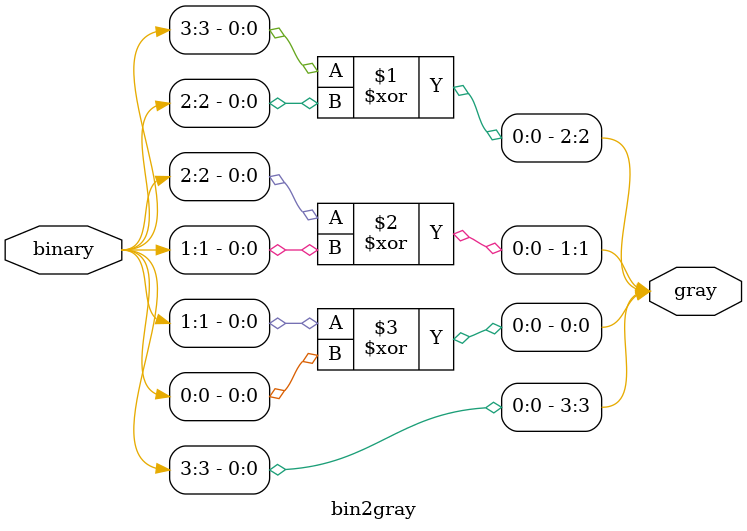
<source format=v>
module bin2gray(
  input [3:0] binary,
  output [3:0] gray
);

  assign gray[3] = binary[3];
  assign gray[2] = binary[3] ^ binary[2];
  assign gray[1] = binary[2] ^ binary[1];
  assign gray[0] = binary[1] ^ binary[0];

endmodule
</source>
